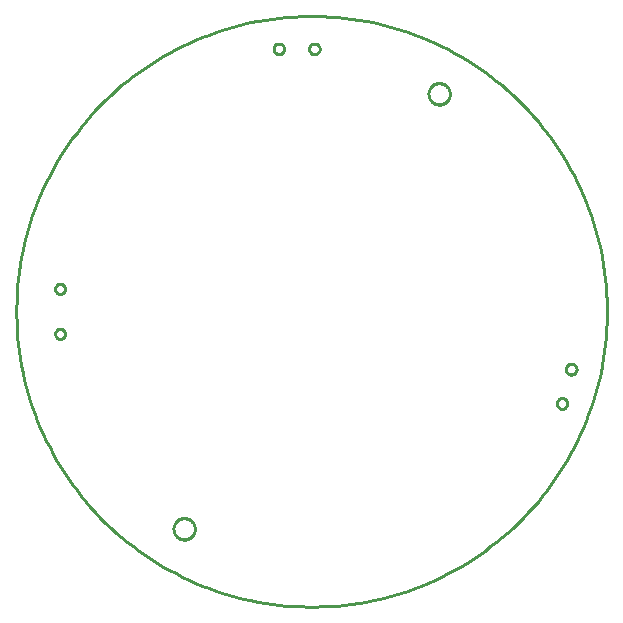
<source format=gbr>
G04 EAGLE Gerber RS-274X export*
G75*
%MOMM*%
%FSLAX34Y34*%
%LPD*%
%IN*%
%IPPOS*%
%AMOC8*
5,1,8,0,0,1.08239X$1,22.5*%
G01*
%ADD10C,0.254000*%


D10*
X491300Y250932D02*
X491300Y257068D01*
X491149Y263203D01*
X490848Y269331D01*
X490397Y275451D01*
X489795Y281558D01*
X489044Y287648D01*
X488144Y293718D01*
X487095Y299763D01*
X485898Y305782D01*
X484553Y311769D01*
X483062Y317721D01*
X481426Y323635D01*
X479644Y329507D01*
X477720Y335334D01*
X475652Y341111D01*
X473444Y346836D01*
X471096Y352505D01*
X468609Y358115D01*
X465986Y363662D01*
X463227Y369143D01*
X460334Y374555D01*
X457309Y379894D01*
X454155Y385157D01*
X450872Y390342D01*
X447463Y395444D01*
X443930Y400461D01*
X440274Y405389D01*
X436499Y410227D01*
X432606Y414970D01*
X428598Y419616D01*
X424477Y424163D01*
X420246Y428607D01*
X415907Y432946D01*
X411463Y437177D01*
X406916Y441298D01*
X402270Y445306D01*
X397527Y449199D01*
X392689Y452974D01*
X387761Y456630D01*
X382744Y460163D01*
X377642Y463572D01*
X372457Y466855D01*
X367194Y470009D01*
X361855Y473034D01*
X356443Y475927D01*
X350962Y478686D01*
X345415Y481309D01*
X339805Y483796D01*
X334136Y486144D01*
X328411Y488352D01*
X322634Y490420D01*
X316807Y492344D01*
X310935Y494126D01*
X305021Y495762D01*
X299069Y497253D01*
X293082Y498598D01*
X287063Y499795D01*
X281018Y500844D01*
X274948Y501744D01*
X268858Y502495D01*
X262751Y503097D01*
X256631Y503548D01*
X250503Y503849D01*
X244368Y504000D01*
X238232Y504000D01*
X232098Y503849D01*
X225969Y503548D01*
X219849Y503097D01*
X213742Y502495D01*
X207652Y501744D01*
X201582Y500844D01*
X195537Y499795D01*
X189518Y498598D01*
X183531Y497253D01*
X177579Y495762D01*
X171665Y494126D01*
X165793Y492344D01*
X159966Y490420D01*
X154189Y488352D01*
X148464Y486144D01*
X142795Y483796D01*
X137185Y481309D01*
X131638Y478686D01*
X126157Y475927D01*
X120745Y473034D01*
X115406Y470009D01*
X110143Y466855D01*
X104959Y463572D01*
X99856Y460163D01*
X94840Y456630D01*
X89911Y452974D01*
X85073Y449199D01*
X80330Y445306D01*
X75684Y441298D01*
X71137Y437177D01*
X66693Y432946D01*
X62354Y428607D01*
X58123Y424163D01*
X54002Y419616D01*
X49994Y414970D01*
X46101Y410227D01*
X42326Y405389D01*
X38670Y400461D01*
X35137Y395444D01*
X31728Y390342D01*
X28445Y385157D01*
X25291Y379894D01*
X22266Y374555D01*
X19373Y369143D01*
X16614Y363662D01*
X13991Y358115D01*
X11504Y352505D01*
X9156Y346836D01*
X6948Y341111D01*
X4880Y335334D01*
X2956Y329507D01*
X1174Y323635D01*
X-462Y317721D01*
X-1953Y311769D01*
X-3298Y305782D01*
X-4495Y299763D01*
X-5544Y293718D01*
X-6444Y287648D01*
X-7195Y281558D01*
X-7797Y275451D01*
X-8248Y269331D01*
X-8549Y263203D01*
X-8700Y257068D01*
X-8700Y250932D01*
X-8549Y244798D01*
X-8248Y238669D01*
X-7797Y232549D01*
X-7195Y226442D01*
X-6444Y220352D01*
X-5544Y214282D01*
X-4495Y208237D01*
X-3298Y202218D01*
X-1953Y196231D01*
X-462Y190279D01*
X1174Y184365D01*
X2956Y178493D01*
X4880Y172666D01*
X6948Y166889D01*
X9156Y161164D01*
X11504Y155495D01*
X13991Y149885D01*
X16614Y144338D01*
X19373Y138857D01*
X22266Y133445D01*
X25291Y128106D01*
X28445Y122843D01*
X31728Y117659D01*
X35137Y112556D01*
X38670Y107540D01*
X42326Y102611D01*
X46101Y97773D01*
X49994Y93030D01*
X54002Y88384D01*
X58123Y83837D01*
X62354Y79393D01*
X66693Y75054D01*
X71137Y70823D01*
X75684Y66702D01*
X80330Y62694D01*
X85073Y58801D01*
X89911Y55026D01*
X94840Y51370D01*
X99856Y47837D01*
X104959Y44428D01*
X110143Y41145D01*
X115406Y37991D01*
X120745Y34966D01*
X126157Y32073D01*
X131638Y29314D01*
X137185Y26691D01*
X142795Y24204D01*
X148464Y21856D01*
X154189Y19648D01*
X159966Y17580D01*
X165793Y15656D01*
X171665Y13874D01*
X177579Y12238D01*
X183531Y10747D01*
X189518Y9402D01*
X195537Y8205D01*
X201582Y7156D01*
X207652Y6256D01*
X213742Y5505D01*
X219849Y4903D01*
X225969Y4452D01*
X232098Y4151D01*
X238232Y4000D01*
X244368Y4000D01*
X250503Y4151D01*
X256631Y4452D01*
X262751Y4903D01*
X268858Y5505D01*
X274948Y6256D01*
X281018Y7156D01*
X287063Y8205D01*
X293082Y9402D01*
X299069Y10747D01*
X305021Y12238D01*
X310935Y13874D01*
X316807Y15656D01*
X322634Y17580D01*
X328411Y19648D01*
X334136Y21856D01*
X339805Y24204D01*
X345415Y26691D01*
X350962Y29314D01*
X356443Y32073D01*
X361855Y34966D01*
X367194Y37991D01*
X372457Y41145D01*
X377642Y44428D01*
X382744Y47837D01*
X387761Y51370D01*
X392689Y55026D01*
X397527Y58801D01*
X402270Y62694D01*
X406916Y66702D01*
X411463Y70823D01*
X415907Y75054D01*
X420246Y79393D01*
X424477Y83837D01*
X428598Y88384D01*
X432606Y93030D01*
X436499Y97773D01*
X440274Y102611D01*
X443930Y107540D01*
X447463Y112556D01*
X450872Y117659D01*
X454155Y122843D01*
X457309Y128106D01*
X460334Y133445D01*
X463227Y138857D01*
X465986Y144338D01*
X468609Y149885D01*
X471096Y155495D01*
X473444Y161164D01*
X475652Y166889D01*
X477720Y172666D01*
X479644Y178493D01*
X481426Y184365D01*
X483062Y190279D01*
X484553Y196231D01*
X485898Y202218D01*
X487095Y208237D01*
X488144Y214282D01*
X489044Y220352D01*
X489795Y226442D01*
X490397Y232549D01*
X490848Y238669D01*
X491149Y244798D01*
X491300Y250932D01*
X142350Y69457D02*
X142350Y70243D01*
X142282Y71026D01*
X142145Y71800D01*
X141942Y72559D01*
X141673Y73297D01*
X141341Y74010D01*
X140948Y74690D01*
X140497Y75334D01*
X139992Y75936D01*
X139436Y76492D01*
X138834Y76997D01*
X138190Y77448D01*
X137510Y77841D01*
X136797Y78173D01*
X136059Y78442D01*
X135300Y78645D01*
X134526Y78782D01*
X133743Y78850D01*
X132957Y78850D01*
X132174Y78782D01*
X131400Y78645D01*
X130641Y78442D01*
X129903Y78173D01*
X129190Y77841D01*
X128510Y77448D01*
X127866Y76997D01*
X127264Y76492D01*
X126708Y75936D01*
X126203Y75334D01*
X125752Y74690D01*
X125359Y74010D01*
X125027Y73297D01*
X124758Y72559D01*
X124555Y71800D01*
X124419Y71026D01*
X124350Y70243D01*
X124350Y69457D01*
X124419Y68674D01*
X124555Y67900D01*
X124758Y67141D01*
X125027Y66403D01*
X125359Y65690D01*
X125752Y65010D01*
X126203Y64366D01*
X126708Y63764D01*
X127264Y63208D01*
X127866Y62703D01*
X128510Y62252D01*
X129190Y61859D01*
X129903Y61527D01*
X130641Y61258D01*
X131400Y61055D01*
X132174Y60919D01*
X132957Y60850D01*
X133743Y60850D01*
X134526Y60919D01*
X135300Y61055D01*
X136059Y61258D01*
X136797Y61527D01*
X137510Y61859D01*
X138190Y62252D01*
X138834Y62703D01*
X139436Y63208D01*
X139992Y63764D01*
X140497Y64366D01*
X140948Y65010D01*
X141341Y65690D01*
X141673Y66403D01*
X141942Y67141D01*
X142145Y67900D01*
X142282Y68674D01*
X142350Y69457D01*
X358250Y437757D02*
X358250Y438543D01*
X358182Y439326D01*
X358045Y440100D01*
X357842Y440859D01*
X357573Y441597D01*
X357241Y442310D01*
X356848Y442990D01*
X356397Y443634D01*
X355892Y444236D01*
X355336Y444792D01*
X354734Y445297D01*
X354090Y445748D01*
X353410Y446141D01*
X352697Y446473D01*
X351959Y446742D01*
X351200Y446945D01*
X350426Y447082D01*
X349643Y447150D01*
X348857Y447150D01*
X348074Y447082D01*
X347300Y446945D01*
X346541Y446742D01*
X345803Y446473D01*
X345090Y446141D01*
X344410Y445748D01*
X343766Y445297D01*
X343164Y444792D01*
X342608Y444236D01*
X342103Y443634D01*
X341652Y442990D01*
X341259Y442310D01*
X340927Y441597D01*
X340658Y440859D01*
X340455Y440100D01*
X340319Y439326D01*
X340250Y438543D01*
X340250Y437757D01*
X340319Y436974D01*
X340455Y436200D01*
X340658Y435441D01*
X340927Y434703D01*
X341259Y433990D01*
X341652Y433310D01*
X342103Y432666D01*
X342608Y432064D01*
X343164Y431508D01*
X343766Y431003D01*
X344410Y430552D01*
X345090Y430159D01*
X345803Y429827D01*
X346541Y429558D01*
X347300Y429355D01*
X348074Y429219D01*
X348857Y429150D01*
X349643Y429150D01*
X350426Y429219D01*
X351200Y429355D01*
X351959Y429558D01*
X352697Y429827D01*
X353410Y430159D01*
X354090Y430552D01*
X354734Y431003D01*
X355336Y431508D01*
X355892Y432064D01*
X356397Y432666D01*
X356848Y433310D01*
X357241Y433990D01*
X357573Y434703D01*
X357842Y435441D01*
X358045Y436200D01*
X358182Y436974D01*
X358250Y437757D01*
X32600Y272721D02*
X32527Y272169D01*
X32383Y271631D01*
X32170Y271116D01*
X31891Y270634D01*
X31552Y270192D01*
X31158Y269798D01*
X30716Y269459D01*
X30234Y269180D01*
X29719Y268967D01*
X29181Y268823D01*
X28629Y268750D01*
X28071Y268750D01*
X27519Y268823D01*
X26981Y268967D01*
X26466Y269180D01*
X25984Y269459D01*
X25542Y269798D01*
X25148Y270192D01*
X24809Y270634D01*
X24530Y271116D01*
X24317Y271631D01*
X24173Y272169D01*
X24100Y272721D01*
X24100Y273279D01*
X24173Y273831D01*
X24317Y274369D01*
X24530Y274884D01*
X24809Y275366D01*
X25148Y275808D01*
X25542Y276202D01*
X25984Y276541D01*
X26466Y276820D01*
X26981Y277033D01*
X27519Y277177D01*
X28071Y277250D01*
X28629Y277250D01*
X29181Y277177D01*
X29719Y277033D01*
X30234Y276820D01*
X30716Y276541D01*
X31158Y276202D01*
X31552Y275808D01*
X31891Y275366D01*
X32170Y274884D01*
X32383Y274369D01*
X32527Y273831D01*
X32600Y273279D01*
X32600Y272721D01*
X32600Y234721D02*
X32527Y234169D01*
X32383Y233631D01*
X32170Y233116D01*
X31891Y232634D01*
X31552Y232192D01*
X31158Y231798D01*
X30716Y231459D01*
X30234Y231180D01*
X29719Y230967D01*
X29181Y230823D01*
X28629Y230750D01*
X28071Y230750D01*
X27519Y230823D01*
X26981Y230967D01*
X26466Y231180D01*
X25984Y231459D01*
X25542Y231798D01*
X25148Y232192D01*
X24809Y232634D01*
X24530Y233116D01*
X24317Y233631D01*
X24173Y234169D01*
X24100Y234721D01*
X24100Y235279D01*
X24173Y235831D01*
X24317Y236369D01*
X24530Y236884D01*
X24809Y237366D01*
X25148Y237808D01*
X25542Y238202D01*
X25984Y238541D01*
X26466Y238820D01*
X26981Y239033D01*
X27519Y239177D01*
X28071Y239250D01*
X28629Y239250D01*
X29181Y239177D01*
X29719Y239033D01*
X30234Y238820D01*
X30716Y238541D01*
X31158Y238202D01*
X31552Y237808D01*
X31891Y237366D01*
X32170Y236884D01*
X32383Y236369D01*
X32527Y235831D01*
X32600Y235279D01*
X32600Y234721D01*
X454198Y180434D02*
X453613Y180511D01*
X453023Y180511D01*
X452438Y180434D01*
X451868Y180281D01*
X451323Y180056D01*
X450812Y179761D01*
X450344Y179402D01*
X449927Y178985D01*
X449568Y178517D01*
X449273Y178006D01*
X449047Y177461D01*
X448895Y176891D01*
X448818Y176306D01*
X448818Y175716D01*
X448895Y175131D01*
X449047Y174562D01*
X449273Y174017D01*
X449568Y173506D01*
X449927Y173038D01*
X450344Y172621D01*
X450812Y172261D01*
X451323Y171967D01*
X451868Y171741D01*
X452438Y171588D01*
X453023Y171511D01*
X453613Y171511D01*
X454198Y171588D01*
X454767Y171741D01*
X455312Y171967D01*
X455823Y172261D01*
X456291Y172621D01*
X456708Y173038D01*
X457067Y173506D01*
X457362Y174017D01*
X457588Y174562D01*
X457741Y175131D01*
X457818Y175716D01*
X457818Y176306D01*
X457741Y176891D01*
X457588Y177461D01*
X457362Y178006D01*
X457067Y178517D01*
X456708Y178985D01*
X456291Y179402D01*
X455823Y179761D01*
X455312Y180056D01*
X454767Y180281D01*
X454198Y180434D01*
X461962Y209412D02*
X461377Y209489D01*
X460787Y209489D01*
X460203Y209412D01*
X459633Y209259D01*
X459088Y209033D01*
X458577Y208739D01*
X458109Y208379D01*
X457692Y207962D01*
X457333Y207494D01*
X457038Y206983D01*
X456812Y206438D01*
X456659Y205869D01*
X456582Y205284D01*
X456582Y204694D01*
X456659Y204109D01*
X456812Y203539D01*
X457038Y202994D01*
X457333Y202483D01*
X457692Y202015D01*
X458109Y201598D01*
X458577Y201239D01*
X459088Y200944D01*
X459633Y200719D01*
X460203Y200566D01*
X460787Y200489D01*
X461377Y200489D01*
X461962Y200566D01*
X462532Y200719D01*
X463077Y200944D01*
X463588Y201239D01*
X464056Y201598D01*
X464473Y202015D01*
X464832Y202483D01*
X465127Y202994D01*
X465353Y203539D01*
X465505Y204109D01*
X465582Y204694D01*
X465582Y205284D01*
X465505Y205869D01*
X465353Y206438D01*
X465127Y206983D01*
X464832Y207494D01*
X464473Y207962D01*
X464056Y208379D01*
X463588Y208739D01*
X463077Y209033D01*
X462532Y209259D01*
X461962Y209412D01*
X218100Y475955D02*
X218023Y475370D01*
X217870Y474800D01*
X217645Y474255D01*
X217350Y473745D01*
X216991Y473277D01*
X216573Y472859D01*
X216105Y472500D01*
X215595Y472205D01*
X215050Y471980D01*
X214480Y471827D01*
X213895Y471750D01*
X213305Y471750D01*
X212720Y471827D01*
X212150Y471980D01*
X211605Y472205D01*
X211095Y472500D01*
X210627Y472859D01*
X210209Y473277D01*
X209850Y473745D01*
X209555Y474255D01*
X209330Y474800D01*
X209177Y475370D01*
X209100Y475955D01*
X209100Y476545D01*
X209177Y477130D01*
X209330Y477700D01*
X209555Y478245D01*
X209850Y478755D01*
X210209Y479223D01*
X210627Y479641D01*
X211095Y480000D01*
X211605Y480295D01*
X212150Y480520D01*
X212720Y480673D01*
X213305Y480750D01*
X213895Y480750D01*
X214480Y480673D01*
X215050Y480520D01*
X215595Y480295D01*
X216105Y480000D01*
X216573Y479641D01*
X216991Y479223D01*
X217350Y478755D01*
X217645Y478245D01*
X217870Y477700D01*
X218023Y477130D01*
X218100Y476545D01*
X218100Y475955D01*
X248100Y475955D02*
X248023Y475370D01*
X247870Y474800D01*
X247645Y474255D01*
X247350Y473745D01*
X246991Y473277D01*
X246573Y472859D01*
X246105Y472500D01*
X245595Y472205D01*
X245050Y471980D01*
X244480Y471827D01*
X243895Y471750D01*
X243305Y471750D01*
X242720Y471827D01*
X242150Y471980D01*
X241605Y472205D01*
X241095Y472500D01*
X240627Y472859D01*
X240209Y473277D01*
X239850Y473745D01*
X239555Y474255D01*
X239330Y474800D01*
X239177Y475370D01*
X239100Y475955D01*
X239100Y476545D01*
X239177Y477130D01*
X239330Y477700D01*
X239555Y478245D01*
X239850Y478755D01*
X240209Y479223D01*
X240627Y479641D01*
X241095Y480000D01*
X241605Y480295D01*
X242150Y480520D01*
X242720Y480673D01*
X243305Y480750D01*
X243895Y480750D01*
X244480Y480673D01*
X245050Y480520D01*
X245595Y480295D01*
X246105Y480000D01*
X246573Y479641D01*
X246991Y479223D01*
X247350Y478755D01*
X247645Y478245D01*
X247870Y477700D01*
X248023Y477130D01*
X248100Y476545D01*
X248100Y475955D01*
M02*

</source>
